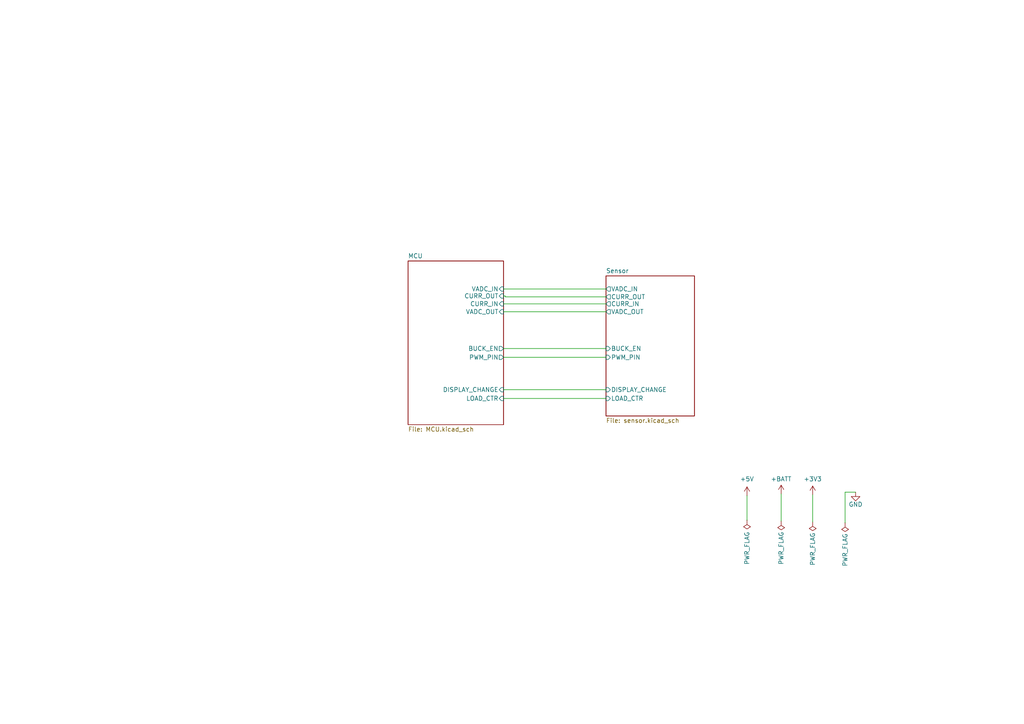
<source format=kicad_sch>
(kicad_sch (version 20230121) (generator eeschema)
  (paper "A4")
  (lib_symbols
    (symbol "power:+3V3" (power) (pin_names (offset 0))
      (property "Value" "+3V3" (at 0 3.556 0))
      (symbol "+3V3_0_1"
        (polyline (pts (xy -0.762 1.27) (xy 0 2.54)))
        (polyline (pts (xy 0 0) (xy 0 2.54)))
        (polyline (pts (xy 0 2.54) (xy 0.762 1.27)))
      )
      (symbol "+3V3_1_1"
        (pin power_in line (at 0 0 90) (length 0) hide (name "+3V3") (number "1"))
      )
    )
    (symbol "power:+5V" (power) (pin_names (offset 0))
      (property "Value" "+5V" (at 0 3.556 0))
      (symbol "+5V_0_1"
        (polyline (pts (xy -0.762 1.27) (xy 0 2.54)))
        (polyline (pts (xy 0 0) (xy 0 2.54)))
        (polyline (pts (xy 0 2.54) (xy 0.762 1.27)))
      )
      (symbol "+5V_1_1"
        (pin power_in line (at 0 0 90) (length 0) hide (name "+5V") (number "1"))
      )
    )
    (symbol "power:+BATT" (power) (pin_names (offset 0))
      (property "Value" "+BATT" (at 0 3.556 0))
      (symbol "+BATT_0_1"
        (polyline (pts (xy -0.762 1.27) (xy 0 2.54)))
        (polyline (pts (xy 0 0) (xy 0 2.54)))
        (polyline (pts (xy 0 2.54) (xy 0.762 1.27)))
      )
      (symbol "+BATT_1_1"
        (pin power_in line (at 0 0 90) (length 0) hide (name "+BATT") (number "1"))
      )
    )
    (symbol "power:GND" (power) (pin_names (offset 0))
      (property "Value" "GND" (at 0 -3.81 0))
      (symbol "GND_0_1"
        (polyline (pts (xy 0 0) (xy 0 -1.27) (xy 1.27 -1.27) (xy 0 -2.54) (xy -1.27 -1.27) (xy 0 -1.27)))
      )
      (symbol "GND_1_1"
        (pin power_in line (at 0 0 270) (length 0) hide (name "GND") (number "1"))
      )
    )
    (symbol "power:PWR_FLAG" (power) (pin_numbers hide) (pin_names (offset 0) hide)
      (property "Value" "PWR_FLAG" (at 0 3.81 0))
      (symbol "PWR_FLAG_0_0"
        (pin power_out line (at 0 0 90) (length 0) (name "pwr") (number "1"))
      )
      (symbol "PWR_FLAG_0_1"
        (polyline (pts (xy 0 0) (xy 0 1.27) (xy -1.016 1.905) (xy 0 2.54) (xy 1.016 1.905) (xy 0 1.27)))
      )
    )
  )
  (wire (pts (xy 146.05 113.03) (xy 175.768 113.03)))
  (wire (pts (xy 146.05 83.82) (xy 175.768 83.82)))
  (wire (pts (xy 175.768 86.106) (xy 146.558 86.106)))
  (wire (pts (xy 226.568 143.256) (xy 226.568 151.13)))
  (wire (pts (xy 235.712 143.51) (xy 235.712 151.384)))
  (wire (pts (xy 146.05 103.632) (xy 175.768 103.632)))
  (wire (pts (xy 146.558 86.106) (xy 146.558 85.852)))
  (wire (pts (xy 248.158 142.748) (xy 245.11 142.748)))
  (wire (pts (xy 146.05 101.092) (xy 175.768 101.092)))
  (wire (pts (xy 146.05 90.424) (xy 175.768 90.424)))
  (wire (pts (xy 146.05 115.57) (xy 175.768 115.57)))
  (wire (pts (xy 146.558 85.852) (xy 146.05 85.852)))
  (wire (pts (xy 245.11 142.748) (xy 245.11 151.638)))
  (wire (pts (xy 216.662 143.764) (xy 216.662 150.876)))
  (wire (pts (xy 146.05 88.138) (xy 175.768 88.138)))
  (symbol (lib_id "power:GND") (at 248.158 142.748 0) (mirror y) (unit 1)
    (property "Reference" "#PWR041" (effects hide))
    (property "Value" "GND" (at 248.158 146.304 0))
  )
  (symbol (lib_id "power:+3V3") (at 235.712 143.51 0) (unit 1)
    (property "Reference" "#PWR040" (effects hide))
    (property "Value" "+3V3" (at 235.712 138.938 0))
  )
  (symbol (lib_id "power:+BATT") (at 226.568 143.256 0) (unit 1)
    (property "Reference" "#PWR031" (effects hide))
    (property "Value" "+BATT" (at 226.568 138.938 0))
  )
  (symbol (lib_id "power:PWR_FLAG") (at 226.568 151.13 180) (unit 1)
    (property "Reference" "#FLG02" (effects hide))
    (property "Value" "PWR_FLAG" (at 226.568 159.004 90))
  )
  (symbol (lib_id "power:PWR_FLAG") (at 216.662 150.876 180) (unit 1)
    (property "Reference" "#FLG01" (effects hide))
    (property "Value" "PWR_FLAG" (at 216.662 159.004 90))
  )
  (symbol (lib_id "power:PWR_FLAG") (at 245.11 151.638 180) (unit 1)
    (property "Reference" "#FLG04" (effects hide))
    (property "Value" "PWR_FLAG" (at 245.11 159.512 90))
  )
  (symbol (lib_id "power:+5V") (at 216.662 143.764 0) (unit 1)
    (property "Reference" "#PWR030" (effects hide))
    (property "Value" "+5V" (at 216.662 138.938 0))
  )
  (symbol (lib_id "power:PWR_FLAG") (at 235.712 151.384 180) (unit 1)
    (property "Reference" "#FLG03" (effects hide))
    (property "Value" "PWR_FLAG" (at 235.712 159.258 90))
  )
  (sheet (at 175.768 80.01) (size 25.654 40.64) (stroke (width 0.1524))
    (property "Sheetname" "Sensor" (at 175.768 79.2984 0) (effects (justify left bottom)))
    (property "Sheetfile" "sensor.kicad_sch" (at 175.768 121.2346 0) (effects (justify left top)))
    (pin "LOAD_CTR" input (at 175.768 115.57 180))
    (pin "PWM_PIN" input (at 175.768 103.632 180))
    (pin "BUCK_EN" input (at 175.768 101.092 180))
    (pin "CURR_OUT" output (at 175.768 86.106 180))
    (pin "VADC_IN" output (at 175.768 83.82 180))
    (pin "CURR_IN" output (at 175.768 88.138 180))
    (pin "VADC_OUT" output (at 175.768 90.424 180))
    (pin "DISPLAY_CHANGE" input (at 175.768 113.03 180))
  )
  (sheet (at 118.364 75.692) (size 27.686 47.498) (stroke (width 0.1524))
    (property "Sheetname" "MCU" (at 118.364 74.9804 0) (effects (justify left bottom)))
    (property "Sheetfile" "MCU.kicad_sch" (at 118.364 123.7746 0) (effects (justify left top)))
    (pin "PWM_PIN" output (at 146.05 103.632 0))
    (pin "BUCK_EN" output (at 146.05 101.092 0))
    (pin "CURR_IN" input (at 146.05 88.138 0))
    (pin "CURR_OUT" input (at 146.05 85.852 0))
    (pin "VADC_IN" input (at 146.05 83.82 0))
    (pin "VADC_OUT" input (at 146.05 90.424 0))
    (pin "LOAD_CTR" input (at 146.05 115.57 0))
    (pin "DISPLAY_CHANGE" input (at 146.05 113.03 0))
  )
)
</source>
